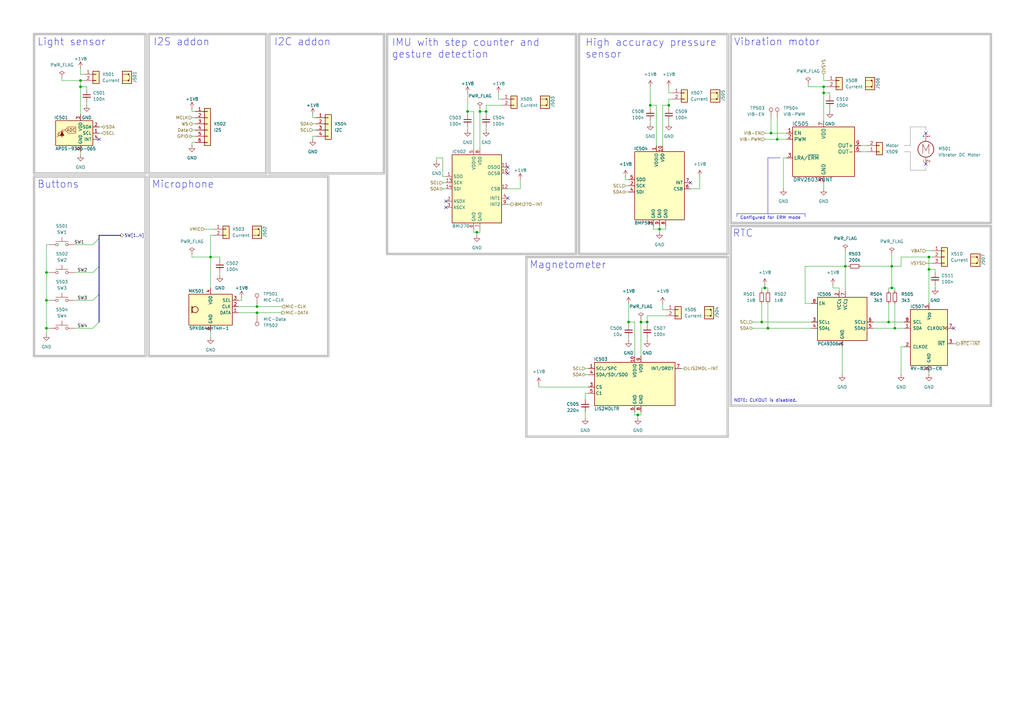
<source format=kicad_sch>
(kicad_sch (version 20250114) (generator "eeschema") (generator_version "9.0")
  (paper "A3")
  (title_block (title "Peripherals") (date "2025-07-13") (rev "${REVISION}") (company "${COMPANY}"))
  (text "Vibration motor" (at 300.99 19.05 0) (effects (font (size 3 3)) (justify left bottom)))
  (text "I2S addon" (at 62.865 19.05 0) (effects (font (size 3 3)) (justify left bottom)))
  (text "I2C addon" (at 112.395 19.05 0) (effects (font (size 3 3)) (justify left bottom)))
  (text "Magnetometer" (at 217.17 110.49 0) (effects (font (size 3 3)) (justify left bottom)))
  (text "Configured for ERM mode" (at 303.53 90.17 0) (effects (font (size 1.27 1.27)) (justify left bottom)))
  (text "High accuracy pressure\nsensor" (at 240.03 24.13 0) (effects (font (size 3 3)) (justify left bottom)))
  (text "Buttons" (at 15.24 77.47 0) (effects (font (size 3 3)) (justify left bottom)))
  (text "RTC" (at 300.482 97.536 0) (effects (font (size 3 3)) (justify left bottom)))
  (text "Microphone" (at 62.23 77.47 0) (effects (font (size 3 3)) (justify left bottom)))
  (text "Light sensor" (at 15.24 19.05 0) (effects (font (size 3 3)) (justify left bottom)))
  (text "IMU with step counter and\ngesture detection" (at 160.655 24.13 0) (effects (font (size 3 3)) (justify left bottom)))
  (text "NOTE: CLKOUT is disabled." (at 300.99 165.1 0) (effects (font (size 1.27 1.27)) (justify left bottom)))
  (junction (at 262.89 132.08))
  (junction (at 364.49 132.08))
  (junction (at 196.85 45.72))
  (junction (at 381 110.49))
  (junction (at 314.96 134.62))
  (junction (at 367.03 134.62))
  (junction (at 19.05 134.62))
  (junction (at 337.82 35.56))
  (junction (at 105.41 128.27))
  (junction (at 199.39 45.72))
  (junction (at 195.58 95.25))
  (junction (at 86.36 105.41))
  (junction (at 318.77 57.15))
  (junction (at 261.62 170.18))
  (junction (at 381 105.41))
  (junction (at 257.81 132.08))
  (junction (at 270.51 93.98))
  (junction (at 365.76 109.22))
  (junction (at 313.69 118.11))
  (junction (at 346.71 109.22))
  (junction (at 19.05 111.76))
  (junction (at 337.82 38.1))
  (junction (at 274.32 43.18))
  (junction (at 265.43 132.08))
  (junction (at 266.7 43.18))
  (junction (at 19.05 123.19))
  (junction (at 33.02 35.56))
  (junction (at 33.02 33.02))
  (junction (at 365.76 118.11))
  (junction (at 105.41 125.73))
  (junction (at 312.42 132.08))
  (junction (at 316.23 54.61))
  (junction (at 191.77 45.72))
  (no_connect (at 208.28 81.28))
  (no_connect (at 182.88 82.55))
  (no_connect (at 208.28 71.12))
  (no_connect (at 391.16 134.62))
  (no_connect (at 208.28 68.58))
  (no_connect (at 379.73 54.61))
  (no_connect (at 283.21 74.93))
  (no_connect (at 379.73 67.31))
  (no_connect (at 40.64 57.15))
  (no_connect (at 182.88 85.09))
  (bus_entry (at 38.1 123.19) (size 2.54 -2.54))
  (bus_entry (at 38.1 111.76) (size 2.54 -2.54))
  (bus_entry (at 38.1 134.62) (size 2.54 -2.54))
  (bus_entry (at 40.64 97.79) (size -2.54 2.54))
  (wire (pts (xy 269.24 43.18) (xy 269.24 59.69)))
  (wire (pts (xy 381 110.49) (xy 383.54 110.49)))
  (wire (pts (xy 99.06 121.92) (xy 99.06 123.19)))
  (wire (pts (xy 38.1 100.33) (xy 30.48 100.33)))
  (polyline (pts (xy 59.69 146.05) (xy 13.97 146.05)) (stroke (width 1) (type solid) (color 194 194 194 1)))
  (wire (pts (xy 331.47 35.56) (xy 331.47 34.29)))
  (polyline (pts (xy 134.62 72.39) (xy 134.62 146.05)) (stroke (width 1) (type solid) (color 194 194 194 1)))
  (wire (pts (xy 30.48 111.76) (xy 38.1 111.76)))
  (wire (pts (xy 337.82 38.1) (xy 340.36 38.1)))
  (wire (pts (xy 83.82 93.98) (xy 87.63 93.98)))
  (wire (pts (xy 262.89 132.08) (xy 265.43 132.08)))
  (wire (pts (xy 381 105.41) (xy 381 110.49)))
  (wire (pts (xy 267.97 92.71) (xy 267.97 93.98)))
  (wire (pts (xy 313.69 118.11) (xy 314.96 118.11)))
  (wire (pts (xy 194.31 95.25) (xy 195.58 95.25)))
  (wire (pts (xy 208.28 77.47) (xy 213.36 77.47)))
  (wire (pts (xy 270.51 93.98) (xy 270.51 95.25)))
  (wire (pts (xy 199.39 43.18) (xy 199.39 45.72)))
  (wire (pts (xy 80.01 58.42) (xy 78.74 58.42)))
  (polyline (pts (xy 406.4 92.71) (xy 299.72 92.71)) (stroke (width 1) (type solid) (color 194 194 194 1)))
  (wire (pts (xy 274.32 43.18) (xy 271.78 43.18)))
  (wire (pts (xy 19.05 111.76) (xy 19.05 123.19)))
  (wire (pts (xy 314.96 134.62) (xy 332.74 134.62)))
  (wire (pts (xy 90.17 111.76) (xy 90.17 113.03)))
  (wire (pts (xy 330.2 109.22) (xy 346.71 109.22)))
  (wire (pts (xy 196.85 93.98) (xy 196.85 95.25)))
  (polyline (pts (xy 236.22 104.14) (xy 158.75 104.14)) (stroke (width 1) (type solid) (color 194 194 194 1)))
  (wire (pts (xy 191.77 38.1) (xy 191.77 45.72)))
  (polyline (pts (xy 215.9 105.41) (xy 298.45 105.41)) (stroke (width 1) (type solid) (color 194 194 194 1)))
  (polyline (pts (xy 60.96 71.12) (xy 109.22 71.12)) (stroke (width 1) (type solid) (color 194 194 194 1)))
  (wire (pts (xy 261.62 171.45) (xy 261.62 170.18)))
  (wire (pts (xy 191.77 52.07) (xy 191.77 53.34)))
  (wire (pts (xy 257.81 78.74) (xy 256.54 78.74)))
  (wire (pts (xy 365.76 104.14) (xy 365.76 109.22)))
  (polyline (pts (xy 237.49 13.97) (xy 237.49 104.14)) (stroke (width 1) (type solid) (color 194 194 194 1)))
  (wire (pts (xy 337.82 35.56) (xy 331.47 35.56)))
  (wire (pts (xy 129.54 48.26) (xy 128.27 48.26)))
  (wire (pts (xy 20.32 123.19) (xy 19.05 123.19)))
  (wire (pts (xy 35.56 36.83) (xy 35.56 35.56)))
  (polyline (pts (xy 157.48 71.12) (xy 157.48 13.97)) (stroke (width 1) (type solid) (color 194 194 194 1)))
  (wire (pts (xy 379.73 102.87) (xy 382.27 102.87)))
  (wire (pts (xy 279.4 151.13) (xy 280.67 151.13)))
  (polyline (pts (xy 236.22 13.97) (xy 236.22 104.14)) (stroke (width 1) (type solid) (color 194 194 194 1)))
  (wire (pts (xy 313.69 57.15) (xy 318.77 57.15)))
  (wire (pts (xy 20.32 100.33) (xy 19.05 100.33)))
  (wire (pts (xy 19.05 100.33) (xy 19.05 111.76)))
  (wire (pts (xy 337.82 74.93) (xy 337.82 77.47)))
  (wire (pts (xy 274.32 49.53) (xy 274.32 50.8)))
  (wire (pts (xy 330.2 124.46) (xy 332.74 124.46)))
  (wire (pts (xy 204.47 40.64) (xy 205.74 40.64)))
  (polyline (pts (xy 237.49 13.97) (xy 298.45 13.97)) (stroke (width 1) (type solid) (color 194 194 194 1)))
  (wire (pts (xy 275.59 40.64) (xy 274.32 40.64)))
  (wire (pts (xy 337.82 35.56) (xy 337.82 38.1)))
  (wire (pts (xy 86.36 105.41) (xy 86.36 118.11)))
  (wire (pts (xy 181.61 77.47) (xy 182.88 77.47)))
  (polyline (pts (xy 109.22 71.12) (xy 109.22 13.97)) (stroke (width 1) (type solid) (color 194 194 194 1)))
  (wire (pts (xy 78.74 58.42) (xy 78.74 59.69)))
  (wire (pts (xy 20.32 134.62) (xy 19.05 134.62)))
  (wire (pts (xy 256.54 73.66) (xy 256.54 72.39)))
  (wire (pts (xy 367.03 134.62) (xy 370.84 134.62)))
  (polyline (pts (xy 13.97 13.97) (xy 59.69 13.97)) (stroke (width 1) (type solid) (color 194 194 194 1)))
  (wire (pts (xy 345.44 142.24) (xy 345.44 153.67)))
  (wire (pts (xy 97.79 128.27) (xy 105.41 128.27)))
  (wire (pts (xy 265.43 132.08) (xy 265.43 133.35)))
  (wire (pts (xy 383.54 116.84) (xy 383.54 118.11)))
  (wire (pts (xy 358.14 132.08) (xy 364.49 132.08)))
  (wire (pts (xy 266.7 43.18) (xy 266.7 44.45)))
  (wire (pts (xy 344.17 118.11) (xy 344.17 119.38)))
  (wire (pts (xy 19.05 134.62) (xy 19.05 137.16)))
  (wire (pts (xy 196.85 45.72) (xy 196.85 60.96)))
  (wire (pts (xy 353.06 109.22) (xy 365.76 109.22)))
  (wire (pts (xy 367.03 118.11) (xy 365.76 118.11)))
  (bus (pts (xy 40.64 96.52) (xy 49.53 96.52)))
  (wire (pts (xy 365.76 109.22) (xy 369.57 109.22)))
  (wire (pts (xy 341.63 116.84) (xy 341.63 118.11)))
  (polyline (pts (xy 330.2 87.63) (xy 330.2 88.9)))
  (wire (pts (xy 318.77 57.15) (xy 322.58 57.15)))
  (polyline (pts (xy 406.4 92.71) (xy 406.4 166.37)) (stroke (width 1) (type solid) (color 194 194 194 1)))
  (wire (pts (xy 266.7 43.18) (xy 269.24 43.18)))
  (wire (pts (xy 128.27 55.88) (xy 128.27 57.15)))
  (wire (pts (xy 364.49 124.46) (xy 364.49 132.08)))
  (wire (pts (xy 80.01 45.72) (xy 78.74 45.72)))
  (wire (pts (xy 97.79 123.19) (xy 99.06 123.19)))
  (wire (pts (xy 97.79 125.73) (xy 105.41 125.73)))
  (polyline (pts (xy 60.96 71.12) (xy 60.96 13.97)) (stroke (width 1) (type solid) (color 194 194 194 1)))
  (wire (pts (xy 340.36 38.1) (xy 340.36 39.37)))
  (wire (pts (xy 204.47 38.1) (xy 204.47 40.64)))
  (wire (pts (xy 195.58 95.25) (xy 195.58 96.52)))
  (wire (pts (xy 19.05 123.19) (xy 19.05 134.62)))
  (wire (pts (xy 78.74 48.26) (xy 80.01 48.26)))
  (polyline (pts (xy 60.96 72.39) (xy 60.96 146.05)) (stroke (width 1) (type solid) (color 194 194 194 1)))
  (polyline (pts (xy 298.45 13.97) (xy 298.45 104.14)) (stroke (width 1) (type solid) (color 194 194 194 1)))
  (wire (pts (xy 240.03 153.67) (xy 241.3 153.67)))
  (wire (pts (xy 364.49 118.11) (xy 364.49 119.38)))
  (wire (pts (xy 208.28 83.82) (xy 209.55 83.82)))
  (polyline (pts (xy 299.72 166.37) (xy 406.4 166.37)) (stroke (width 1) (type solid) (color 194 194 194 1)))
  (polyline (pts (xy 13.97 13.97) (xy 13.97 71.12)) (stroke (width 1) (type solid) (color 194 194 194 1)))
  (wire (pts (xy 339.09 33.02) (xy 337.82 33.02)))
  (wire (pts (xy 87.63 96.52) (xy 86.36 96.52)))
  (wire (pts (xy 182.88 72.39) (xy 181.61 72.39)))
  (polyline (pts (xy 59.69 13.97) (xy 59.69 71.12)) (stroke (width 1) (type solid) (color 194 194 194 1)))
  (polyline (pts (xy 298.45 104.14) (xy 237.49 104.14)) (stroke (width 1) (type solid) (color 194 194 194 1)))
  (wire (pts (xy 105.41 125.73) (xy 115.57 125.73)))
  (wire (pts (xy 314.96 118.11) (xy 314.96 119.38)))
  (wire (pts (xy 86.36 105.41) (xy 78.74 105.41)))
  (wire (pts (xy 316.23 54.61) (xy 322.58 54.61)))
  (wire (pts (xy 129.54 55.88) (xy 128.27 55.88)))
  (wire (pts (xy 318.77 48.26) (xy 318.77 57.15)))
  (wire (pts (xy 353.06 59.69) (xy 355.6 59.69)))
  (wire (pts (xy 181.61 64.77) (xy 179.07 64.77)))
  (wire (pts (xy 313.69 54.61) (xy 316.23 54.61)))
  (wire (pts (xy 181.61 72.39) (xy 181.61 64.77)))
  (wire (pts (xy 346.71 102.87) (xy 346.71 109.22)))
  (wire (pts (xy 273.05 129.54) (xy 265.43 129.54)))
  (polyline (pts (xy 60.96 146.05) (xy 134.62 146.05)) (stroke (width 1) (type solid) (color 194 194 194 1)))
  (polyline (pts (xy 110.49 13.97) (xy 157.48 13.97)) (stroke (width 1) (type solid) (color 194 194 194 1)))
  (wire (pts (xy 33.02 35.56) (xy 35.56 35.56)))
  (wire (pts (xy 358.14 134.62) (xy 367.03 134.62)))
  (wire (pts (xy 128.27 46.99) (xy 128.27 48.26)))
  (wire (pts (xy 260.35 168.91) (xy 260.35 170.18)))
  (wire (pts (xy 194.31 45.72) (xy 191.77 45.72)))
  (wire (pts (xy 273.05 127) (xy 271.78 127)))
  (wire (pts (xy 33.02 33.02) (xy 25.4 33.02)))
  (wire (pts (xy 240.03 168.91) (xy 240.03 171.45)))
  (wire (pts (xy 194.31 93.98) (xy 194.31 95.25)))
  (wire (pts (xy 321.31 64.77) (xy 321.31 77.47)))
  (wire (pts (xy 312.42 132.08) (xy 332.74 132.08)))
  (polyline (pts (xy 379.73 69.85) (xy 373.38 69.85)) (stroke (width 0) (type solid) (color 132 132 132 1)))
  (wire (pts (xy 312.42 118.11) (xy 313.69 118.11)))
  (wire (pts (xy 34.29 33.02) (xy 33.02 33.02)))
  (wire (pts (xy 367.03 124.46) (xy 367.03 134.62)))
  (wire (pts (xy 275.59 38.1) (xy 274.32 38.1)))
  (wire (pts (xy 312.42 119.38) (xy 312.42 118.11)))
  (wire (pts (xy 369.57 153.67) (xy 369.57 142.24)))
  (polyline (pts (xy 158.75 13.97) (xy 236.22 13.97)) (stroke (width 1) (type solid) (color 194 194 194 1)))
  (polyline (pts (xy 298.45 179.07) (xy 215.9 179.07)) (stroke (width 1) (type solid) (color 194 194 194 1)))
  (wire (pts (xy 78.74 53.34) (xy 80.01 53.34)))
  (wire (pts (xy 274.32 35.56) (xy 274.32 38.1)))
  (polyline (pts (xy 406.4 13.97) (xy 406.4 91.44)) (stroke (width 1) (type solid) (color 194 194 194 1)))
  (wire (pts (xy 261.62 170.18) (xy 260.35 170.18)))
  (wire (pts (xy 33.02 33.02) (xy 33.02 35.56)))
  (polyline (pts (xy 110.49 71.12) (xy 110.49 13.97)) (stroke (width 1) (type solid) (color 194 194 194 1)))
  (wire (pts (xy 346.71 109.22) (xy 347.98 109.22)))
  (polyline (pts (xy 320.04 64.77) (xy 314.96 64.77)))
  (wire (pts (xy 240.03 161.29) (xy 241.3 161.29)))
  (polyline (pts (xy 311.15 87.63) (xy 330.2 87.63)))
  (wire (pts (xy 257.81 138.43) (xy 257.81 139.7)))
  (polyline (pts (xy 13.97 72.39) (xy 13.97 146.05)) (stroke (width 1) (type solid) (color 194 194 194 1)))
  (wire (pts (xy 265.43 129.54) (xy 265.43 132.08)))
  (wire (pts (xy 78.74 55.88) (xy 80.01 55.88)))
  (wire (pts (xy 20.32 111.76) (xy 19.05 111.76)))
  (polyline (pts (xy 373.38 52.07) (xy 379.73 52.07)) (stroke (width 0) (type solid) (color 132 132 132 1)))
  (wire (pts (xy 241.3 158.75) (xy 220.98 158.75)))
  (wire (pts (xy 346.71 109.22) (xy 346.71 119.38)))
  (wire (pts (xy 33.02 62.23) (xy 33.02 63.5)))
  (bus (pts (xy 40.64 109.22) (xy 40.64 120.65)))
  (wire (pts (xy 273.05 93.98) (xy 270.51 93.98)))
  (wire (pts (xy 213.36 77.47) (xy 213.36 73.66)))
  (wire (pts (xy 90.17 105.41) (xy 86.36 105.41)))
  (wire (pts (xy 337.82 30.48) (xy 337.82 33.02)))
  (wire (pts (xy 308.61 132.08) (xy 312.42 132.08)))
  (wire (pts (xy 312.42 124.46) (xy 312.42 132.08)))
  (polyline (pts (xy 158.75 13.97) (xy 158.75 104.14)) (stroke (width 1) (type solid) (color 194 194 194 1)))
  (wire (pts (xy 30.48 134.62) (xy 38.1 134.62)))
  (polyline (pts (xy 59.69 72.39) (xy 59.69 146.05)) (stroke (width 1) (type solid) (color 194 194 194 1)))
  (wire (pts (xy 316.23 48.26) (xy 316.23 54.61)))
  (wire (pts (xy 105.41 128.27) (xy 105.41 129.54)))
  (wire (pts (xy 199.39 45.72) (xy 199.39 46.99)))
  (wire (pts (xy 256.54 76.2) (xy 257.81 76.2)))
  (wire (pts (xy 367.03 119.38) (xy 367.03 118.11)))
  (polyline (pts (xy 379.73 52.07) (xy 379.73 53.34)) (stroke (width 0) (type solid) (color 132 132 132 1)))
  (wire (pts (xy 40.64 54.61) (xy 41.91 54.61)))
  (wire (pts (xy 30.48 123.19) (xy 38.1 123.19)))
  (wire (pts (xy 179.07 64.77) (xy 179.07 66.04)))
  (wire (pts (xy 78.74 105.41) (xy 78.74 104.14)))
  (wire (pts (xy 365.76 118.11) (xy 364.49 118.11)))
  (wire (pts (xy 194.31 60.96) (xy 194.31 45.72)))
  (wire (pts (xy 383.54 111.76) (xy 383.54 110.49)))
  (wire (pts (xy 105.41 124.46) (xy 105.41 125.73)))
  (wire (pts (xy 287.02 72.39) (xy 287.02 77.47)))
  (wire (pts (xy 314.96 124.46) (xy 314.96 134.62)))
  (wire (pts (xy 33.02 27.94) (xy 33.02 30.48)))
  (wire (pts (xy 381 153.67) (xy 381 152.4)))
  (wire (pts (xy 240.03 151.13) (xy 241.3 151.13)))
  (polyline (pts (xy 60.96 13.97) (xy 109.22 13.97)) (stroke (width 1) (type solid) (color 194 194 194 1)))
  (bus (pts (xy 40.64 96.52) (xy 40.64 97.79)))
  (wire (pts (xy 40.64 52.07) (xy 41.91 52.07)))
  (polyline (pts (xy 59.69 72.39) (xy 13.97 72.39)) (stroke (width 1) (type solid) (color 194 194 194 1)))
  (wire (pts (xy 257.81 132.08) (xy 260.35 132.08)))
  (wire (pts (xy 369.57 142.24) (xy 370.84 142.24)))
  (wire (pts (xy 128.27 53.34) (xy 129.54 53.34)))
  (polyline (pts (xy 311.15 87.63) (xy 302.26 87.63)))
  (wire (pts (xy 381 105.41) (xy 369.57 105.41)))
  (wire (pts (xy 196.85 45.72) (xy 199.39 45.72)))
  (wire (pts (xy 382.27 105.41) (xy 381 105.41)))
  (wire (pts (xy 199.39 52.07) (xy 199.39 53.34)))
  (polyline (pts (xy 370.84 62.23) (xy 373.38 62.23)) (stroke (width 0) (type solid) (color 132 132 132 1)))
  (wire (pts (xy 191.77 45.72) (xy 191.77 46.99)))
  (wire (pts (xy 196.85 95.25) (xy 195.58 95.25)))
  (wire (pts (xy 270.51 92.71) (xy 270.51 93.98)))
  (wire (pts (xy 379.73 107.95) (xy 382.27 107.95)))
  (polyline (pts (xy 59.69 71.12) (xy 13.97 71.12)) (stroke (width 1) (type solid) (color 194 194 194 1)))
  (wire (pts (xy 262.89 132.08) (xy 262.89 146.05)))
  (wire (pts (xy 205.74 43.18) (xy 199.39 43.18)))
  (polyline (pts (xy 299.72 91.44) (xy 406.4 91.44)) (stroke (width 1) (type solid) (color 194 194 194 1)))
  (wire (pts (xy 34.29 30.48) (xy 33.02 30.48)))
  (wire (pts (xy 270.51 93.98) (xy 267.97 93.98)))
  (wire (pts (xy 220.98 157.48) (xy 220.98 158.75)))
  (polyline (pts (xy 370.84 59.69) (xy 373.38 59.69)) (stroke (width 0) (type solid) (color 132 132 132 1)))
  (wire (pts (xy 322.58 64.77) (xy 321.31 64.77)))
  (polyline (pts (xy 379.73 68.58) (xy 379.73 69.85)) (stroke (width 0) (type solid) (color 132 132 132 1)))
  (wire (pts (xy 181.61 74.93) (xy 182.88 74.93)))
  (wire (pts (xy 274.32 43.18) (xy 274.32 44.45)))
  (wire (pts (xy 78.74 50.8) (xy 80.01 50.8)))
  (wire (pts (xy 271.78 124.46) (xy 271.78 127)))
  (wire (pts (xy 330.2 109.22) (xy 330.2 124.46)))
  (wire (pts (xy 313.69 118.11) (xy 313.69 116.84)))
  (wire (pts (xy 381 124.46) (xy 381 110.49)))
  (wire (pts (xy 266.7 35.56) (xy 266.7 43.18)))
  (wire (pts (xy 196.85 44.45) (xy 196.85 45.72)))
  (polyline (pts (xy 299.72 92.71) (xy 299.72 166.37)) (stroke (width 1) (type solid) (color 194 194 194 1)))
  (wire (pts (xy 337.82 38.1) (xy 337.82 49.53)))
  (wire (pts (xy 364.49 132.08) (xy 370.84 132.08)))
  (wire (pts (xy 90.17 105.41) (xy 90.17 106.68)))
  (wire (pts (xy 369.57 109.22) (xy 369.57 105.41)))
  (wire (pts (xy 261.62 170.18) (xy 262.89 170.18)))
  (wire (pts (xy 257.81 133.35) (xy 257.81 132.08)))
  (wire (pts (xy 391.16 140.97) (xy 392.43 140.97)))
  (wire (pts (xy 287.02 77.47) (xy 283.21 77.47)))
  (wire (pts (xy 105.41 128.27) (xy 115.57 128.27)))
  (wire (pts (xy 86.36 96.52) (xy 86.36 105.41)))
  (wire (pts (xy 339.09 35.56) (xy 337.82 35.56)))
  (wire (pts (xy 260.35 132.08) (xy 260.35 146.05)))
  (polyline (pts (xy 373.38 69.85) (xy 373.38 62.23)) (stroke (width 0) (type solid) (color 132 132 132 1)))
  (wire (pts (xy 353.06 62.23) (xy 355.6 62.23)))
  (polyline (pts (xy 314.96 64.77) (xy 314.96 87.63)))
  (wire (pts (xy 35.56 41.91) (xy 35.56 43.18)))
  (wire (pts (xy 308.61 134.62) (xy 314.96 134.62)))
  (polyline (pts (xy 373.38 59.69) (xy 373.38 52.07)) (stroke (width 0) (type solid) (color 132 132 132 1)))
  (wire (pts (xy 257.81 73.66) (xy 256.54 73.66)))
  (polyline (pts (xy 60.96 72.39) (xy 134.62 72.39)) (stroke (width 1) (type solid) (color 194 194 194 1)))
  (polyline (pts (xy 302.26 87.63) (xy 302.26 88.9)))
  (wire (pts (xy 271.78 43.18) (xy 271.78 59.69)))
  (wire (pts (xy 128.27 50.8) (xy 129.54 50.8)))
  (wire (pts (xy 274.32 40.64) (xy 274.32 43.18)))
  (wire (pts (xy 78.74 44.45) (xy 78.74 45.72)))
  (wire (pts (xy 86.36 135.89) (xy 86.36 138.43)))
  (wire (pts (xy 266.7 49.53) (xy 266.7 50.8)))
  (wire (pts (xy 257.81 124.46) (xy 257.81 132.08)))
  (polyline (pts (xy 298.45 105.41) (xy 298.45 179.07)) (stroke (width 1) (type solid) (color 194 194 194 1)))
  (wire (pts (xy 33.02 35.56) (xy 33.02 46.99)))
  (wire (pts (xy 25.4 33.02) (xy 25.4 31.75)))
  (wire (pts (xy 273.05 92.71) (xy 273.05 93.98)))
  (polyline (pts (xy 406.4 13.97) (xy 299.72 13.97)) (stroke (width 1) (type solid) (color 194 194 194 1)))
  (bus (pts (xy 40.64 97.79) (xy 40.64 109.22)))
  (wire (pts (xy 365.76 109.22) (xy 365.76 118.11)))
  (bus (pts (xy 40.64 120.65) (xy 40.64 132.08)))
  (polyline (pts (xy 299.72 13.97) (xy 299.72 91.44)) (stroke (width 1) (type solid) (color 194 194 194 1)))
  (polyline (pts (xy 215.9 105.41) (xy 215.9 179.07)) (stroke (width 1) (type solid) (color 194 194 194 1)))
  (wire (pts (xy 340.36 44.45) (xy 340.36 45.72)))
  (wire (pts (xy 262.89 130.81) (xy 262.89 132.08)))
  (wire (pts (xy 265.43 139.7) (xy 265.43 138.43)))
  (wire (pts (xy 341.63 118.11) (xy 344.17 118.11)))
  (wire (pts (xy 240.03 163.83) (xy 240.03 161.29)))
  (polyline (pts (xy 110.49 71.12) (xy 157.48 71.12)) (stroke (width 1) (type solid) (color 194 194 194 1)))
  (wire (pts (xy 262.89 170.18) (xy 262.89 168.91)))
  (label "SW3" (at 31.75 123.19 0))
  (label "SW4" (at 31.75 134.62 0))
  (label "SW1" (at 30.48 100.33 0))
  (label "SW2" (at 31.75 111.76 0))
  (hierarchical_label "LIS2MDL-INT" (shape output) (at 280.67 151.13 0))
  (hierarchical_label "MIC-DATA" (shape output) (at 115.57 128.27 0))
  (hierarchical_label "VSYS" (shape input) (at 337.82 30.48 90))
  (hierarchical_label "SCL" (shape input) (at 41.91 54.61 0))
  (hierarchical_label "MCLK" (shape input) (at 78.74 48.26 180))
  (hierarchical_label "SCL" (shape input) (at 240.03 151.13 180))
  (hierarchical_label "SDA" (shape bidirectional) (at 308.61 134.62 180))
  (hierarchical_label "VIB-EN" (shape input) (at 313.69 54.61 180))
  (hierarchical_label "SW[1..4]" (shape output) (at 49.53 96.52 0))
  (hierarchical_label "SCL" (shape input) (at 128.27 53.34 180))
  (hierarchical_label "SDA" (shape bidirectional) (at 240.03 153.67 180))
  (hierarchical_label "WS" (shape output) (at 78.74 50.8 180))
  (hierarchical_label "BMI270-INT" (shape output) (at 209.55 83.82 0))
  (hierarchical_label "SCL" (shape input) (at 308.61 132.08 180))
  (hierarchical_label "~{RTC-INT}" (shape output) (at 392.43 140.97 0))
  (hierarchical_label "SDA" (shape bidirectional) (at 181.61 77.47 180))
  (hierarchical_label "SDA" (shape bidirectional) (at 128.27 50.8 180))
  (hierarchical_label "VBAT" (shape input) (at 379.73 102.87 180))
  (hierarchical_label "VSYS" (shape input) (at 379.73 107.95 180))
  (hierarchical_label "SCL" (shape input) (at 181.61 74.93 180))
  (hierarchical_label "SDA" (shape bidirectional) (at 41.91 52.07 0))
  (hierarchical_label "MIC-CLK" (shape input) (at 115.57 125.73 0))
  (hierarchical_label "Data" (shape output) (at 78.74 53.34 180))
  (hierarchical_label "GPIO" (shape bidirectional) (at 78.74 55.88 180))
  (hierarchical_label "SDA" (shape bidirectional) (at 256.54 78.74 180))
  (hierarchical_label "SCL" (shape input) (at 256.54 76.2 180))
  (hierarchical_label "VIB-PWM" (shape input) (at 313.69 57.15 180))
  (hierarchical_label "VMIC" (shape input) (at 83.82 93.98 180))
  (symbol (lib_id "Connector_Generic:Conn_01x02") (at 360.68 62.23 0) (mirror x) (unit 1)
    (property "Reference" "X509" (at 363.22 62.23 0) (effects (justify left)))
    (property "Value" "Motor" (at 363.22 59.69 0) (effects (justify left)))
    (property "Footprint" "Molex:78171-0002" (effects (hide yes)))
    (property "Datasheet" "https://www.molex.com/en-us/products/part-detail-pdf/781710002?display=pdf" (effects (hide yes)))
    (property "Description" "Generic connector, single row, 01x02, script generated (kicad-library-utils/schlib/autogen/connector/)" (effects (hide yes)))
    (property "manf" "Molex" (effects (hide yes)))
    (property "manf#" "78171-0002" (effects (hide yes)))
    (property "mouser#" "538-78171-0002" (effects (hide yes)))
  )
  (symbol (lib_id "Switch:SW_Push") (at 25.4 123.19 0) (unit 1)
    (property "Reference" "S503" (at 25.4 115.57 0))
    (property "Value" "SW3" (at 25.4 118.11 0))
    (property "Footprint" "Wuerth:WS-TASV-6x6" (effects (hide yes)))
    (property "Datasheet" "https://www.we-online.com/components/products/datasheet/430182050816.pdf" (effects (hide yes)))
    (property "Description" "Push button switch, generic, two pins" (effects (hide yes)))
    (property "manf" "Wurth Elektronik" (effects (hide yes)))
    (property "manf#" "430182050816" (effects (hide yes)))
    (property "mouser#" "710-430182050816" (effects (hide yes)))
  )
  (symbol (lib_id "power:GND") (at 257.81 139.7 0) (unit 1)
    (property "Reference" "#PWR0523" (effects (hide yes)))
    (property "Value" "GND" (at 257.81 144.78 0))
    (property "Description" "Power symbol creates a global label with name \"GND\" , ground" (effects (hide yes)))
  )
  (symbol (lib_id "power:GND") (at 261.62 171.45 0) (unit 1)
    (property "Reference" "#PWR0524" (effects (hide yes)))
    (property "Value" "GND" (at 261.62 176.53 0))
    (property "Description" "Power symbol creates a global label with name \"GND\" , ground" (effects (hide yes)))
  )
  (symbol (lib_id "power:PWR_FLAG") (at 331.47 34.29 0) (unit 1)
    (property "Reference" "#FLG0505" (effects (hide yes)))
    (property "Value" "PWR_FLAG" (at 331.47 29.21 0))
    (property "Description" "Special symbol for telling ERC where power comes from" (effects (hide yes)))
  )
  (symbol (lib_id "Connector_Generic:Conn_01x02") (at 280.67 38.1 0) (unit 1)
    (property "Reference" "X507" (at 283.21 38.0999 0) (effects (justify left)))
    (property "Value" "Current" (at 283.21 40.6399 0) (effects (justify left)))
    (property "Footprint" "Connector_PinHeader_2.54mm:PinHeader_1x02_P2.54mm_Vertical" (effects (hide yes)))
    (property "Datasheet" "https://cdn.amphenol-cs.com/media/wysiwyg/files/documentation/datasheet/boardwiretoboard/bwb_bergstik.pdf" (effects (hide yes)))
    (property "Description" "Generic connector, single row, 01x02, script generated (kicad-library-utils/schlib/autogen/connector/)" (effects (hide yes)))
    (property "manf" "Amphenol FCI" (effects (hide yes)))
    (property "manf#" "77311-818-02LF" (effects (hide yes)))
    (property "mouser#" "649-77311-818-02LF" (effects (hide yes)))
  )
  (symbol (lib_id "power:PWR_FLAG") (at 196.85 44.45 0) (unit 1)
    (property "Reference" "#FLG0503" (effects (hide yes)))
    (property "Value" "PWR_FLAG" (at 196.85 39.37 0))
    (property "Description" "Special symbol for telling ERC where power comes from" (effects (hide yes)))
  )
  (symbol (lib_id "power:PWR_FLAG") (at 365.76 104.14 0) (unit 1)
    (property "Reference" "#FLG0506" (effects (hide yes)))
    (property "Value" "PWR_FLAG" (at 365.76 99.06 0))
    (property "Description" "Special symbol for telling ERC where power comes from" (effects (hide yes)))
  )
  (symbol (lib_id "power:GND") (at 369.57 153.67 0) (unit 1)
    (property "Reference" "#PWR0539" (effects (hide yes)))
    (property "Value" "GND" (at 369.57 158.75 0))
    (property "Description" "Power symbol creates a global label with name \"GND\" , ground" (effects (hide yes)))
  )
  (symbol (lib_id "Misc:Jumper") (at 400.05 106.68 180) (unit 1) (on_board no)
    (property "Reference" "J507" (at 403.225 104.14 90) (effects (justify left)))
    (property "Value" "Jumper" (effects (hide yes)))
    (property "Datasheet" "https://www.we-online.com/katalog/datasheet/60900213421.pdf" (effects (hide yes)))
    (property "Description" "Generic jumper cap" (effects (hide yes)))
    (property "manf" "Würth Elektronik" (effects (hide yes)))
    (property "manf#" "60900213421" (effects (hide yes)))
    (property "mouser#" "710-60900213421" (effects (hide yes)))
  )
  (symbol (lib_id "Device:C_Small") (at 265.43 135.89 0) (mirror y) (unit 1)
    (property "Reference" "C507" (at 267.97 134.6263 0) (effects (justify right)))
    (property "Value" "100n" (at 267.97 137.1663 0) (effects (justify right)))
    (property "Footprint" "Capacitor_SMD:C_0402_1005Metric" (effects (hide yes)))
    (property "Datasheet" "https://datasheets.kyocera-avx.com/KGM_X7R.pdf" (effects (hide yes)))
    (property "Description" "Unpolarized capacitor, small symbol" (effects (hide yes)))
    (property "manf" "KYOCERA AVX" (effects (hide yes)))
    (property "manf#" "0402ZC104KAT4A" (effects (hide yes)))
    (property "mouser#" "581-0402ZC104KAT4A" (effects (hide yes)))
  )
  (symbol (lib_id "Device:R_Small") (at 364.49 121.92 0) (mirror x) (unit 1)
    (property "Reference" "R504" (at 361.95 120.65 0) (effects (justify right)))
    (property "Value" "3k3" (at 361.95 123.19 0) (effects (justify right)))
    (property "Footprint" "Resistor_SMD:R_0402_1005Metric" (effects (hide yes)))
    (property "Datasheet" "https://www.mouser.com/catalog/specsheets/YAGEO_PYu_RC_Group_51_RoHS_L_12.pdf" (effects (hide yes)))
    (property "Description" "Resistor, small symbol" (effects (hide yes)))
    (property "manf" "YAGEO" (effects (hide yes)))
    (property "manf#" "RC0402FR-073K3L" (effects (hide yes)))
    (property "mouser#" "603-RC0402FR-073K3L" (effects (hide yes)))
  )
  (symbol (lib_id "power:+1V8") (at 274.32 35.56 0) (unit 1)
    (property "Reference" "#PWR0530" (effects (hide yes)))
    (property "Value" "+1V8" (at 274.32 30.48 0))
    (property "Description" "Power symbol creates a global label with name \"+1V8\"" (effects (hide yes)))
  )
  (symbol (lib_id "Micro Crystal:RV-8263-C8") (at 381 138.43 0) (unit 1)
    (property "Reference" "IC507" (at 373.38 125.73 0) (effects (justify left)))
    (property "Value" "RV-8263-C8" (at 373.38 151.13 0) (effects (justify left)))
    (property "Footprint" "Micro Crystal:RV-8263-C8" (effects (hide yes)))
    (property "Datasheet" "https://www.microcrystal.com/fileadmin/Media/Products/RTC/Datasheet/RV-8263-C8.pdf" (effects (hide yes)))
    (property "manf" "Micro Crystal" (effects (hide yes)))
    (property "manf#" "RV-8263-C8 32.768kHz-20PPM-TA-QA" (effects (hide yes)))
    (property "mouser#" "428-204291-MC01" (effects (hide yes)))
  )
  (symbol (lib_id "Device:C_Small") (at 383.54 114.3 0) (mirror y) (unit 1)
    (property "Reference" "C511" (at 386.08 113.0363 0) (effects (justify right)))
    (property "Value" "100n" (at 386.08 115.5763 0) (effects (justify right)))
    (property "Footprint" "Capacitor_SMD:C_0402_1005Metric" (effects (hide yes)))
    (property "Datasheet" "https://datasheets.kyocera-avx.com/KGM_X7R.pdf" (effects (hide yes)))
    (property "Description" "Unpolarized capacitor, small symbol" (effects (hide yes)))
    (property "manf" "KYOCERA AVX" (effects (hide yes)))
    (property "manf#" "0402ZC104KAT4A" (effects (hide yes)))
    (property "mouser#" "581-0402ZC104KAT4A" (effects (hide yes)))
  )
  (symbol (lib_id "power:GND") (at 90.17 113.03 0) (unit 1)
    (property "Reference" "#PWR0508" (effects (hide yes)))
    (property "Value" "GND" (at 90.17 118.11 0))
    (property "Description" "Power symbol creates a global label with name \"GND\" , ground" (effects (hide yes)))
  )
  (symbol (lib_id "power:GND") (at 33.02 63.5 0) (unit 1)
    (property "Reference" "#PWR0503" (effects (hide yes)))
    (property "Value" "GND" (at 33.02 68.58 0))
    (property "Description" "Power symbol creates a global label with name \"GND\" , ground" (effects (hide yes)))
  )
  (symbol (lib_id "Device:C_Small") (at 266.7 46.99 180) (unit 1)
    (property "Reference" "C508" (at 264.16 45.7136 0) (effects (justify left)))
    (property "Value" "100n" (at 264.16 48.2536 0) (effects (justify left)))
    (property "Footprint" "Capacitor_SMD:C_0402_1005Metric" (effects (hide yes)))
    (property "Datasheet" "https://datasheets.kyocera-avx.com/KGM_X7R.pdf" (effects (hide yes)))
    (property "Description" "Unpolarized capacitor, small symbol" (effects (hide yes)))
    (property "manf" "KYOCERA AVX" (effects (hide yes)))
    (property "manf#" "0402ZC104KAT4A" (effects (hide yes)))
    (property "mouser#" "581-0402ZC104KAT4A" (effects (hide yes)))
  )
  (symbol (lib_id "power:PWR_FLAG") (at 78.74 104.14 0) (unit 1)
    (property "Reference" "#FLG0502" (effects (hide yes)))
    (property "Value" "PWR_FLAG" (at 78.74 99.06 0))
    (property "Description" "Special symbol for telling ERC where power comes from" (effects (hide yes)))
  )
  (symbol (lib_id "Connector_Generic:Conn_01x02") (at 278.13 127 0) (unit 1)
    (property "Reference" "X506" (at 280.67 126.9999 0) (effects (justify left)))
    (property "Value" "Current" (at 280.67 129.5399 0) (effects (justify left)))
    (property "Footprint" "Connector_PinHeader_2.54mm:PinHeader_1x02_P2.54mm_Vertical" (effects (hide yes)))
    (property "Datasheet" "https://cdn.amphenol-cs.com/media/wysiwyg/files/documentation/datasheet/boardwiretoboard/bwb_bergstik.pdf" (effects (hide yes)))
    (property "Description" "Generic connector, single row, 01x02, script generated (kicad-library-utils/schlib/autogen/connector/)" (effects (hide yes)))
    (property "manf" "Amphenol FCI" (effects (hide yes)))
    (property "manf#" "77311-818-02LF" (effects (hide yes)))
    (property "mouser#" "649-77311-818-02LF" (effects (hide yes)))
  )
  (symbol (lib_id "power:GND") (at 199.39 53.34 0) (unit 1)
    (property "Reference" "#PWR0516" (effects (hide yes)))
    (property "Value" "GND" (at 199.39 58.42 0))
    (property "Description" "Power symbol creates a global label with name \"GND\" , ground" (effects (hide yes)))
  )
  (symbol (lib_id "Motor:Motor_DC") (at 379.73 59.69 0) (unit 1) (in_bom no) (on_board no)
    (property "Reference" "M501" (at 384.81 60.9599 0) (effects (justify left)))
    (property "Value" "Vibrator DC Motor" (at 384.81 63.4999 0) (effects (justify left)))
    (property "Description" "DC Motor" (effects (hide yes)))
    (property "manf" "Vybronics Inc" (effects (hide yes)))
    (property "manf#" "VC1027B902F" (effects (hide yes)))
    (property "digikey#" "1670-VC1027B902F-ND" (effects (hide yes)))
  )
  (symbol (lib_id "Texas Instruments:DRV2603RUNT") (at 337.82 60.96 0) (unit 1)
    (property "Reference" "IC505" (at 328.295 50.8 0) (effects (font (size 1.524 1.524))))
    (property "Value" "DRV2603RUNT" (at 333.375 73.66 0) (effects (font (size 1.524 1.524))))
    (property "Footprint" "Package_QFN:WQFN-10_2x2mm_P0.5mm" (effects (hide yes)))
    (property "Datasheet" "https://www.ti.com/lit/ds/symlink/drv2603.pdf?HQS=dis-mous-null-mousermode-dsf-pf-null-wwe&ts=1692200896697&ref_url=https%253A%252F%252Feu.mouser.com%252F" (effects (hide yes)))
    (property "manf" "Texas Instruments" (effects (hide yes)))
    (property "manf#" "DRV2603RUNT" (effects (hide yes)))
    (property "mouser#" "595-DRV2603RUNT" (effects (hide yes)))
  )
  (symbol (lib_id "Misc:Jumper") (at 52.07 31.75 180) (unit 1) (on_board no)
    (property "Reference" "J501" (at 55.245 29.21 90) (effects (justify left)))
    (property "Value" "Jumper" (effects (hide yes)))
    (property "Datasheet" "https://www.we-online.com/katalog/datasheet/60900213421.pdf" (effects (hide yes)))
    (property "Description" "Generic jumper cap" (effects (hide yes)))
    (property "manf" "Würth Elektronik" (effects (hide yes)))
    (property "manf#" "60900213421" (effects (hide yes)))
    (property "mouser#" "710-60900213421" (effects (hide yes)))
  )
  (symbol (lib_id "power:+1V8") (at 313.69 116.84 0) (unit 1)
    (property "Reference" "#PWR0533" (effects (hide yes)))
    (property "Value" "+1V8" (at 313.69 111.76 0))
    (property "Description" "Power symbol creates a global label with name \"+1V8\"" (effects (hide yes)))
  )
  (symbol (lib_id "Device:C_Small") (at 240.03 166.37 0) (unit 1)
    (property "Reference" "C505" (at 237.49 165.7413 0) (effects (justify right)))
    (property "Value" "220n" (at 237.49 168.2813 0) (effects (justify right)))
    (property "Footprint" "Capacitor_SMD:C_0402_1005Metric" (effects (hide yes)))
    (property "Datasheet" "https://datasheets.kyocera-avx.com/KGM_X7R.pdf" (effects (hide yes)))
    (property "Description" "Unpolarized capacitor, small symbol" (effects (hide yes)))
    (property "manf" "KYOCERA AVX" (effects (hide yes)))
    (property "manf#" "04023C224KAT2A" (effects (hide yes)))
    (property "mouser#" "581-04023C224KAT2A" (effects (hide yes)))
  )
  (symbol (lib_id "power:+1V8") (at 287.02 72.39 0) (unit 1)
    (property "Reference" "#PWR0532" (effects (hide yes)))
    (property "Value" "+1V8" (at 287.02 67.31 0))
    (property "Description" "Power symbol creates a global label with name \"+1V8\"" (effects (hide yes)))
  )
  (symbol (lib_id "power:+1V8") (at 99.06 121.92 0) (unit 1)
    (property "Reference" "#PWR0509" (effects (hide yes)))
    (property "Value" "+1V8" (at 99.06 118.11 0))
    (property "Description" "Power symbol creates a global label with name \"+1V8\"" (effects (hide yes)))
  )
  (symbol (lib_id "Misc:Jumper") (at 356.87 34.29 180) (unit 1) (on_board no)
    (property "Reference" "J506" (at 360.045 31.75 90) (effects (justify left)))
    (property "Value" "Jumper" (effects (hide yes)))
    (property "Datasheet" "https://www.we-online.com/katalog/datasheet/60900213421.pdf" (effects (hide yes)))
    (property "Description" "Generic jumper cap" (effects (hide yes)))
    (property "manf" "Würth Elektronik" (effects (hide yes)))
    (property "manf#" "60900213421" (effects (hide yes)))
    (property "mouser#" "710-60900213421" (effects (hide yes)))
  )
  (symbol (lib_id "power:GND") (at 274.32 50.8 0) (mirror y) (unit 1)
    (property "Reference" "#PWR0531" (effects (hide yes)))
    (property "Value" "GND" (at 274.32 55.88 0))
    (property "Description" "Power symbol creates a global label with name \"GND\" , ground" (effects (hide yes)))
  )
  (symbol (lib_id "Bosch_Kampi:BMI270") (at 195.58 77.47 0) (unit 1)
    (property "Reference" "IC502" (at 185.42 62.23 0) (effects (justify left)))
    (property "Value" "BMI270" (at 185.42 92.71 0) (effects (justify left)))
    (property "Footprint" "Package_LGA_Kampi:Bosch_LGA-14_3x2.5mm_P0.5mm_LayoutBorder3x4y" (effects (hide yes)))
    (property "Datasheet" "https://www.bosch-sensortec.com/media/boschsensortec/downloads/datasheets/bst-bmi270-ds000.pdf" (effects (hide yes)))
    (property "manf" "Bosch" (effects (hide yes)))
    (property "manf#" "BMI270" (effects (hide yes)))
    (property "mouser#" "262-BMI270" (effects (hide yes)))
  )
  (symbol (lib_id "Device:R_Small") (at 314.96 121.92 180) (unit 1)
    (property "Reference" "R502" (at 317.5 120.65 0) (effects (justify right)))
    (property "Value" "1k8" (at 317.5 123.19 0) (effects (justify right)))
    (property "Footprint" "Resistor_SMD:R_0402_1005Metric" (effects (hide yes)))
    (property "Datasheet" "https://www.mouser.com/catalog/specsheets/YAGEO_PYu_RC_Group_51_RoHS_L_12.pdf" (effects (hide yes)))
    (property "Description" "Resistor, small symbol" (effects (hide yes)))
    (property "manf" "YAGEO" (effects (hide yes)))
    (property "manf#" "RC0402FR-071K8L" (effects (hide yes)))
    (property "mouser#" "603-RC0402FR-071K8L" (effects (hide yes)))
  )
  (symbol (lib_id "Device:C_Small") (at 274.32 46.99 0) (mirror y) (unit 1)
    (property "Reference" "C509" (at 276.86 45.7263 0) (effects (justify right)))
    (property "Value" "100n" (at 276.86 48.2663 0) (effects (justify right)))
    (property "Footprint" "Capacitor_SMD:C_0402_1005Metric" (effects (hide yes)))
    (property "Datasheet" "https://datasheets.kyocera-avx.com/KGM_X7R.pdf" (effects (hide yes)))
    (property "Description" "Unpolarized capacitor, small symbol" (effects (hide yes)))
    (property "manf" "KYOCERA AVX" (effects (hide yes)))
    (property "manf#" "0402ZC104KAT4A" (effects (hide yes)))
    (property "mouser#" "581-0402ZC104KAT4A" (effects (hide yes)))
  )
  (symbol (lib_id "Misc:Jumper") (at 105.41 95.25 180) (unit 1) (on_board no)
    (property "Reference" "J502" (at 108.585 92.71 90) (effects (justify left)))
    (property "Value" "Jumper" (effects (hide yes)))
    (property "Datasheet" "https://www.we-online.com/katalog/datasheet/60900213421.pdf" (effects (hide yes)))
    (property "Description" "Generic jumper cap" (effects (hide yes)))
    (property "manf" "Würth Elektronik" (effects (hide yes)))
    (property "manf#" "60900213421" (effects (hide yes)))
    (property "mouser#" "710-60900213421" (effects (hide yes)))
  )
  (symbol (lib_id "power:PWR_FLAG") (at 25.4 31.75 0) (unit 1)
    (property "Reference" "#FLG0501" (effects (hide yes)))
    (property "Value" "PWR_FLAG" (at 25.4 26.67 0))
    (property "Description" "Special symbol for telling ERC where power comes from" (effects (hide yes)))
  )
  (symbol (lib_id "Sensor_Optical:APDS-9306-065") (at 30.48 54.61 0) (unit 1)
    (property "Reference" "IC501" (at 27.94 48.26 0) (effects (justify right)))
    (property "Value" "APDS-9306-065" (at 39.37 60.96 0) (effects (justify right)))
    (property "Footprint" "Broadcom:Broadcom_DFN-6_2x2mm_P0.65mm" (effects (hide yes)))
    (property "Datasheet" "https://docs.broadcom.com/docs/AV02-4755EN" (effects (hide yes)))
    (property "Description" "Ambient Light Sensor, I2C interface, 1.7-3.6V, DFN-6" (effects (hide yes)))
    (property "manf" "Broadcom / Avago" (effects (hide yes)))
    (property "manf#" "APDS-9306-065" (effects (hide yes)))
    (property "mouser#" "630-APDS-9306-065" (effects (hide yes)))
  )
  (symbol (lib_id "Switch:SW_Push") (at 25.4 134.62 0) (mirror y) (unit 1)
    (property "Reference" "S504" (at 25.4 127 0))
    (property "Value" "SW4" (at 25.4 129.54 0))
    (property "Footprint" "Wuerth:WS-TASV-6x6" (effects (hide yes)))
    (property "Datasheet" "https://www.we-online.com/components/products/datasheet/430182050816.pdf" (effects (hide yes)))
    (property "Description" "Push button switch, generic, two pins" (effects (hide yes)))
    (property "manf" "Wurth Elektronik" (effects (hide yes)))
    (property "manf#" "430182050816" (effects (hide yes)))
    (property "mouser#" "710-430182050816" (effects (hide yes)))
  )
  (symbol (lib_id "power:GND") (at 321.31 77.47 0) (unit 1)
    (property "Reference" "#PWR0534" (effects (hide yes)))
    (property "Value" "GND" (at 321.31 82.55 0))
    (property "Description" "Power symbol creates a global label with name \"GND\" , ground" (effects (hide yes)))
  )
  (symbol (lib_id "Device:C_Small") (at 191.77 49.53 0) (unit 1)
    (property "Reference" "C503" (at 189.23 48.2663 0) (effects (justify right)))
    (property "Value" "100n" (at 189.23 50.8063 0) (effects (justify right)))
    (property "Footprint" "Capacitor_SMD:C_0402_1005Metric" (effects (hide yes)))
    (property "Datasheet" "https://datasheets.kyocera-avx.com/KGM_X7R.pdf" (effects (hide yes)))
    (property "Description" "Unpolarized capacitor, small symbol" (effects (hide yes)))
    (property "manf" "KYOCERA AVX" (effects (hide yes)))
    (property "manf#" "0402ZC104KAT4A" (effects (hide yes)))
    (property "mouser#" "581-0402ZC104KAT4A" (effects (hide yes)))
  )
  (symbol (lib_id "power:GND") (at 240.03 171.45 0) (unit 1)
    (property "Reference" "#PWR0520" (effects (hide yes)))
    (property "Value" "GND" (at 240.03 176.53 0))
    (property "Description" "Power symbol creates a global label with name \"GND\" , ground" (effects (hide yes)))
  )
  (symbol (lib_id "Connector:TestPoint") (at 318.77 48.26 0) (unit 1) (in_bom no)
    (property "Reference" "TP504" (at 321.31 44.323 0) (effects (justify left)))
    (property "Value" "VIB-PWM" (at 321.31 46.863 0) (effects (justify left)))
    (property "Footprint" "Testpoints:TestPoint_Pad_D1.0mm" (effects (hide yes)))
    (property "Description" "test point" (effects (hide yes)))
  )
  (symbol (lib_id "power:GND") (at 270.51 95.25 0) (unit 1)
    (property "Reference" "#PWR0528" (effects (hide yes)))
    (property "Value" "GND" (at 270.51 100.33 0))
    (property "Description" "Power symbol creates a global label with name \"GND\" , ground" (effects (hide yes)))
  )
  (symbol (lib_id "power:GND") (at 35.56 43.18 0) (unit 1)
    (property "Reference" "#PWR0504" (effects (hide yes)))
    (property "Value" "GND" (at 35.56 48.26 0))
    (property "Description" "Power symbol creates a global label with name \"GND\" , ground" (effects (hide yes)))
  )
  (symbol (lib_id "Connector_Generic:Conn_01x02") (at 92.71 93.98 0) (unit 1)
    (property "Reference" "X503" (at 95.25 93.9799 0) (effects (justify left)))
    (property "Value" "Current" (at 95.25 96.5199 0) (effects (justify left)))
    (property "Footprint" "Connector_PinHeader_2.54mm:PinHeader_1x02_P2.54mm_Vertical" (effects (hide yes)))
    (property "Datasheet" "https://cdn.amphenol-cs.com/media/wysiwyg/files/documentation/datasheet/boardwiretoboard/bwb_bergstik.pdf" (effects (hide yes)))
    (property "Description" "Generic connector, single row, 01x02, script generated (kicad-library-utils/schlib/autogen/connector/)" (effects (hide yes)))
    (property "manf" "Amphenol FCI" (effects (hide yes)))
    (property "manf#" "77311-818-02LF" (effects (hide yes)))
    (property "mouser#" "649-77311-818-02LF" (effects (hide yes)))
  )
  (symbol (lib_id "Device:C_Small") (at 35.56 39.37 0) (mirror y) (unit 1)
    (property "Reference" "C501" (at 38.1 38.1063 0) (effects (justify right)))
    (property "Value" "100n" (at 38.1 40.6463 0) (effects (justify right)))
    (property "Footprint" "Capacitor_SMD:C_0402_1005Metric" (effects (hide yes)))
    (property "Datasheet" "https://datasheets.kyocera-avx.com/KGM_X7R.pdf" (effects (hide yes)))
    (property "Description" "Unpolarized capacitor, small symbol" (effects (hide yes)))
    (property "manf" "KYOCERA AVX" (effects (hide yes)))
    (property "manf#" "0402ZC104KAT4A" (effects (hide yes)))
    (property "mouser#" "581-0402ZC104KAT4A" (effects (hide yes)))
  )
  (symbol (lib_id "ST:LIS2MDLTR") (at 261.62 158.75 0) (unit 1)
    (property "Reference" "IC503" (at 246.38 147.32 0))
    (property "Value" "LIS2MDLTR" (at 248.92 167.64 0))
    (property "Footprint" "Package_LGA_Kampi:LGA-12_2x2mm_P0.5mm" (effects (hide yes)))
    (property "Datasheet" "http://www.st.com/content/ccc/resource/technical/document/datasheet/group3/29/13/d1/e0/9a/4d/4f/30/DM00395193/files/DM00395193.pdf/jcr:content/translations/en.DM00395193.pdf" (effects (hide yes)))
    (property "manf" "STMicroelectronics" (effects (hide yes)))
    (property "manf#" "LIS2MDLTR" (effects (hide yes)))
    (property "mouser#" "511-LIS2MDLTR" (effects (hide yes)))
  )
  (symbol (lib_id "Device:R_Small") (at 350.52 109.22 270) (mirror x) (unit 1)
    (property "Reference" "R503" (at 350.52 104.14 90))
    (property "Value" "200k" (at 350.52 106.68 90))
    (property "Footprint" "Resistor_SMD:R_0402_1005Metric" (effects (hide yes)))
    (property "Datasheet" "https://www.mouser.com/catalog/specsheets/YAGEO_PYu_RC_Group_51_RoHS_L_12.pdf" (effects (hide yes)))
    (property "Description" "Resistor, small symbol" (effects (hide yes)))
    (property "manf" "YAGEO" (effects (hide yes)))
    (property "manf#" "RC0402FR-07200KL" (effects (hide yes)))
    (property "mouser#" "603-RC0402FR-07200KL" (effects (hide yes)))
  )
  (symbol (lib_id "power:+1V8") (at 341.63 116.84 0) (unit 1)
    (property "Reference" "#PWR0537" (effects (hide yes)))
    (property "Value" "+1V8" (at 341.63 111.76 0))
    (property "Description" "Power symbol creates a global label with name \"+1V8\"" (effects (hide yes)))
  )
  (symbol (lib_id "power:+1V8") (at 266.7 35.56 0) (unit 1)
    (property "Reference" "#PWR0526" (effects (hide yes)))
    (property "Value" "+1V8" (at 266.7 30.48 0))
    (property "Description" "Power symbol creates a global label with name \"+1V8\"" (effects (hide yes)))
  )
  (symbol (lib_id "power:+1V8") (at 271.78 124.46 0) (unit 1)
    (property "Reference" "#PWR0529" (effects (hide yes)))
    (property "Value" "+1V8" (at 271.78 119.38 0))
    (property "Description" "Power symbol creates a global label with name \"+1V8\"" (effects (hide yes)))
  )
  (symbol (lib_id "power:+1V8") (at 256.54 72.39 0) (unit 1)
    (property "Reference" "#PWR0521" (effects (hide yes)))
    (property "Value" "+1V8" (at 256.54 67.31 0))
    (property "Description" "Power symbol creates a global label with name \"+1V8\"" (effects (hide yes)))
  )
  (symbol (lib_id "Misc:Jumper") (at 293.37 39.37 180) (unit 1) (on_board no)
    (property "Reference" "J505" (at 296.545 36.83 90) (effects (justify left)))
    (property "Value" "Jumper" (effects (hide yes)))
    (property "Datasheet" "https://www.we-online.com/katalog/datasheet/60900213421.pdf" (effects (hide yes)))
    (property "Description" "Generic jumper cap" (effects (hide yes)))
    (property "manf" "Würth Elektronik" (effects (hide yes)))
    (property "manf#" "60900213421" (effects (hide yes)))
    (property "mouser#" "710-60900213421" (effects (hide yes)))
  )
  (symbol (lib_id "power:GND") (at 179.07 66.04 0) (unit 1)
    (property "Reference" "#PWR0512" (effects (hide yes)))
    (property "Value" "GND" (at 179.07 71.12 0))
    (property "Description" "Power symbol creates a global label with name \"GND\" , ground" (effects (hide yes)))
  )
  (symbol (lib_id "power:GND") (at 191.77 53.34 0) (unit 1)
    (property "Reference" "#PWR0514" (effects (hide yes)))
    (property "Value" "GND" (at 191.77 58.42 0))
    (property "Description" "Power symbol creates a global label with name \"GND\" , ground" (effects (hide yes)))
  )
  (symbol (lib_id "Connector_Generic:Conn_01x02") (at 344.17 33.02 0) (unit 1)
    (property "Reference" "X508" (at 346.71 33.0199 0) (effects (justify left)))
    (property "Value" "Current" (at 346.71 35.5599 0) (effects (justify left)))
    (property "Footprint" "Connector_PinHeader_2.54mm:PinHeader_1x02_P2.54mm_Vertical" (effects (hide yes)))
    (property "Datasheet" "https://cdn.amphenol-cs.com/media/wysiwyg/files/documentation/datasheet/boardwiretoboard/bwb_bergstik.pdf" (effects (hide yes)))
    (property "Description" "Generic connector, single row, 01x02, script generated (kicad-library-utils/schlib/autogen/connector/)" (effects (hide yes)))
    (property "manf" "Amphenol FCI" (effects (hide yes)))
    (property "manf#" "77311-818-02LF" (effects (hide yes)))
    (property "mouser#" "649-77311-818-02LF" (effects (hide yes)))
  )
  (symbol (lib_id "Device:R_Small") (at 367.03 121.92 180) (unit 1)
    (property "Reference" "R505" (at 369.57 120.65 0) (effects (justify right)))
    (property "Value" "3k3" (at 369.57 123.19 0) (effects (justify right)))
    (property "Footprint" "Resistor_SMD:R_0402_1005Metric" (effects (hide yes)))
    (property "Datasheet" "https://www.mouser.com/catalog/specsheets/YAGEO_PYu_RC_Group_51_RoHS_L_12.pdf" (effects (hide yes)))
    (property "Description" "Resistor, small symbol" (effects (hide yes)))
    (property "manf" "YAGEO" (effects (hide yes)))
    (property "manf#" "RC0402FR-073K3L" (effects (hide yes)))
    (property "mouser#" "603-RC0402FR-073K3L" (effects (hide yes)))
  )
  (symbol (lib_id "power:+1V8") (at 191.77 38.1 0) (unit 1)
    (property "Reference" "#PWR0513" (effects (hide yes)))
    (property "Value" "+1V8" (at 191.77 34.29 0))
    (property "Description" "Power symbol creates a global label with name \"+1V8\"" (effects (hide yes)))
  )
  (symbol (lib_id "power:GND") (at 86.36 138.43 0) (unit 1)
    (property "Reference" "#PWR0507" (effects (hide yes)))
    (property "Value" "GND" (at 86.36 143.51 0))
    (property "Description" "Power symbol creates a global label with name \"GND\" , ground" (effects (hide yes)))
  )
  (symbol (lib_id "Device:C_Small") (at 340.36 41.91 0) (unit 1)
    (property "Reference" "C510" (at 342.9 40.6463 0) (effects (justify left)))
    (property "Value" "100n" (at 342.9 43.1863 0) (effects (justify left)))
    (property "Footprint" "Capacitor_SMD:C_0402_1005Metric" (effects (hide yes)))
    (property "Datasheet" "https://datasheets.kyocera-avx.com/KGM_X7R.pdf" (effects (hide yes)))
    (property "Description" "Unpolarized capacitor, small symbol" (effects (hide yes)))
    (property "manf" "KYOCERA AVX" (effects (hide yes)))
    (property "manf#" "0402ZC104KAT4A" (effects (hide yes)))
    (property "mouser#" "581-0402ZC104KAT4A" (effects (hide yes)))
  )
  (symbol (lib_id "power:PWR_FLAG") (at 346.71 102.87 0) (unit 1)
    (property "Reference" "#FLG0507" (effects (hide yes)))
    (property "Value" "PWR_FLAG" (at 346.71 97.79 0))
    (property "Description" "Special symbol for telling ERC where power comes from" (effects (hide yes)))
  )
  (symbol (lib_id "Switch:SW_Push") (at 25.4 100.33 0) (mirror y) (unit 1)
    (property "Reference" "S501" (at 25.4 92.71 0))
    (property "Value" "SW1" (at 25.4 95.25 0))
    (property "Footprint" "Wuerth:WS-TASV-6x6" (effects (hide yes)))
    (property "Datasheet" "https://www.we-online.com/components/products/datasheet/430182050816.pdf" (effects (hide yes)))
    (property "Description" "Push button switch, generic, two pins" (effects (hide yes)))
    (property "manf" "Wurth Elektronik" (effects (hide yes)))
    (property "manf#" "430182050816" (effects (hide yes)))
    (property "mouser#" "710-430182050816" (effects (hide yes)))
  )
  (symbol (lib_id "Connector_Generic:Conn_01x06") (at 85.09 50.8 0) (unit 1)
    (property "Reference" "X502" (at 87.63 50.7999 0) (effects (justify left)))
    (property "Value" "I2S" (at 87.63 53.3399 0) (effects (justify left)))
    (property "Footprint" "Connector_PinHeader_2.54mm:PinHeader_1x06_P2.54mm_Vertical" (effects (hide yes)))
    (property "Description" "Generic connector, single row, 01x06, script generated (kicad-library-utils/schlib/autogen/connector/)" (effects (hide yes)))
    (property "manf" "Amphenol FCI" (effects (hide yes)))
    (property "manf#" "77311-818-06LF" (effects (hide yes)))
    (property "mouser#" "649-77311-818-06LF" (effects (hide yes)))
  )
  (symbol (lib_id "Connector:TestPoint") (at 105.41 129.54 0) (mirror x) (unit 1) (in_bom no)
    (property "Reference" "TP502" (at 107.95 133.477 0) (effects (justify left)))
    (property "Value" "MIC-Data" (at 107.95 130.937 0) (effects (justify left)))
    (property "Footprint" "Testpoints:TestPoint_Pad_D1.0mm" (effects (hide yes)))
    (property "Description" "test point" (effects (hide yes)))
  )
  (symbol (lib_id "power:+1V8") (at 33.02 27.94 0) (unit 1)
    (property "Reference" "#PWR0502" (effects (hide yes)))
    (property "Value" "+1V8" (at 33.02 24.13 0))
    (property "Description" "Power symbol creates a global label with name \"+1V8\"" (effects (hide yes)))
  )
  (symbol (lib_id "power:GND") (at 195.58 96.52 0) (unit 1)
    (property "Reference" "#PWR0515" (effects (hide yes)))
    (property "Value" "GND" (at 195.58 101.6 0))
    (property "Description" "Power symbol creates a global label with name \"GND\" , ground" (effects (hide yes)))
  )
  (symbol (lib_id "power:GND") (at 345.44 153.67 0) (unit 1)
    (property "Reference" "#PWR0538" (effects (hide yes)))
    (property "Value" "GND" (at 345.44 158.75 0))
    (property "Description" "Power symbol creates a global label with name \"GND\" , ground" (effects (hide yes)))
  )
  (symbol (lib_id "power:+1V8") (at 128.27 46.99 0) (unit 1)
    (property "Reference" "#PWR0510" (effects (hide yes)))
    (property "Value" "+1V8" (at 128.27 43.18 0))
    (property "Description" "Power symbol creates a global label with name \"+1V8\"" (effects (hide yes)))
  )
  (symbol (lib_id "Connector_Generic:Conn_01x03") (at 387.35 105.41 0) (unit 1)
    (property "Reference" "X510" (at 389.89 104.1399 0) (effects (justify left)))
    (property "Value" "Current" (at 389.89 106.6799 0) (effects (justify left)))
    (property "Footprint" "Connector_PinHeader_2.54mm:PinHeader_1x03_P2.54mm_Vertical" (effects (hide yes)))
    (property "Description" "Generic connector, single row, 01x03, script generated (kicad-library-utils/schlib/autogen/connector/)" (effects (hide yes)))
    (property "manf" "Amphenol FCI" (effects (hide yes)))
    (property "manf#" "77311-818-03LF" (effects (hide yes)))
    (property "mouser#" "649-77311-818-03LF" (effects (hide yes)))
  )
  (symbol (lib_id "Connector:TestPoint") (at 316.23 48.26 0) (mirror y) (unit 1) (in_bom no)
    (property "Reference" "TP503" (at 313.69 44.323 0) (effects (justify left)))
    (property "Value" "VIB-EN" (at 313.69 46.863 0) (effects (justify left)))
    (property "Footprint" "Testpoints:TestPoint_Pad_D1.0mm" (effects (hide yes)))
    (property "Description" "test point" (effects (hide yes)))
  )
  (symbol (lib_id "Switch:SW_Push") (at 25.4 111.76 0) (unit 1)
    (property "Reference" "S502" (at 25.4 104.14 0))
    (property "Value" "SW2" (at 25.4 106.68 0))
    (property "Footprint" "Wuerth:WS-TASV-6x6" (effects (hide yes)))
    (property "Datasheet" "https://www.we-online.com/components/products/datasheet/430182050816.pdf" (effects (hide yes)))
    (property "Description" "Push button switch, generic, two pins" (effects (hide yes)))
    (property "manf" "Wurth Elektronik" (effects (hide yes)))
    (property "manf#" "430182050816" (effects (hide yes)))
    (property "mouser#" "710-430182050816" (effects (hide yes)))
  )
  (symbol (lib_id "power:GND") (at 78.74 59.69 0) (unit 1)
    (property "Reference" "#PWR0506" (effects (hide yes)))
    (property "Value" "GND" (at 78.74 64.77 0))
    (property "Description" "Power symbol creates a global label with name \"GND\" , ground" (effects (hide yes)))
  )
  (symbol (lib_id "Connector:TestPoint") (at 105.41 124.46 0) (unit 1) (in_bom no)
    (property "Reference" "TP501" (at 107.95 120.523 0) (effects (justify left)))
    (property "Value" "MIC-CLK" (at 107.95 123.063 0) (effects (justify left)))
    (property "Footprint" "Testpoints:TestPoint_Pad_D1.0mm" (effects (hide yes)))
    (property "Description" "test point" (effects (hide yes)))
  )
  (symbol (lib_id "Misc:Jumper") (at 290.83 128.27 180) (unit 1) (on_board no)
    (property "Reference" "J504" (at 294.005 125.73 90) (effects (justify left)))
    (property "Value" "Jumper" (effects (hide yes)))
    (property "Datasheet" "https://www.we-online.com/katalog/datasheet/60900213421.pdf" (effects (hide yes)))
    (property "Description" "Generic jumper cap" (effects (hide yes)))
    (property "manf" "Würth Elektronik" (effects (hide yes)))
    (property "manf#" "60900213421" (effects (hide yes)))
    (property "mouser#" "710-60900213421" (effects (hide yes)))
  )
  (symbol (lib_id "power:GND") (at 340.36 45.72 0) (unit 1)
    (property "Reference" "#PWR0536" (effects (hide yes)))
    (property "Value" "GND" (at 340.36 50.8 0))
    (property "Description" "Power symbol creates a global label with name \"GND\" , ground" (effects (hide yes)))
  )
  (symbol (lib_id "power:+1V8") (at 204.47 38.1 0) (unit 1)
    (property "Reference" "#PWR0517" (effects (hide yes)))
    (property "Value" "+1V8" (at 204.47 34.29 0))
    (property "Description" "Power symbol creates a global label with name \"+1V8\"" (effects (hide yes)))
  )
  (symbol (lib_id "Connector_Generic:Conn_01x02") (at 210.82 40.64 0) (unit 1)
    (property "Reference" "X505" (at 213.36 40.6399 0) (effects (justify left)))
    (property "Value" "Current" (at 213.36 43.1799 0) (effects (justify left)))
    (property "Footprint" "Connector_PinHeader_2.54mm:PinHeader_1x02_P2.54mm_Vertical" (effects (hide yes)))
    (property "Datasheet" "https://cdn.amphenol-cs.com/media/wysiwyg/files/documentation/datasheet/boardwiretoboard/bwb_bergstik.pdf" (effects (hide yes)))
    (property "Description" "Generic connector, single row, 01x02, script generated (kicad-library-utils/schlib/autogen/connector/)" (effects (hide yes)))
    (property "manf" "Amphenol FCI" (effects (hide yes)))
    (property "manf#" "77311-818-02LF" (effects (hide yes)))
    (property "mouser#" "649-77311-818-02LF" (effects (hide yes)))
  )
  (symbol (lib_id "Knowles:SPK0641HT4H-1") (at 86.36 127 0) (unit 1)
    (property "Reference" "MK501" (at 83.82 119.38 0) (effects (justify right)))
    (property "Value" "SPK0641HT4H-1" (at 93.98 134.62 0) (effects (justify right)))
    (property "Footprint" "Knowles:SPK0641HT4H-1" (effects (hide yes)))
    (property "Datasheet" "https://www.knowles.com/docs/default-source/default-document-library/sph0645lm4h-1-datasheet.pdf" (effects (hide yes)))
    (property "Description" "Digital MEMS Microphone" (effects (hide yes)))
    (property "manf" "Knowles" (effects (hide yes)))
    (property "manf#" "SPK0641HT4H-1" (effects (hide yes)))
    (property "mouser#" "721-SPK0641HT4H-1" (effects (hide yes)))
  )
  (symbol (lib_id "Device:R_Small") (at 312.42 121.92 0) (mirror x) (unit 1)
    (property "Reference" "R501" (at 309.88 120.65 0) (effects (justify right)))
    (property "Value" "1k8" (at 309.88 123.19 0) (effects (justify right)))
    (property "Footprint" "Resistor_SMD:R_0402_1005Metric" (effects (hide yes)))
    (property "Datasheet" "https://www.mouser.com/catalog/specsheets/YAGEO_PYu_RC_Group_51_RoHS_L_12.pdf" (effects (hide yes)))
    (property "Description" "Resistor, small symbol" (effects (hide yes)))
    (property "manf" "YAGEO" (effects (hide yes)))
    (property "manf#" "RC0402FR-071K8L" (effects (hide yes)))
    (property "mouser#" "603-RC0402FR-071K8L" (effects (hide yes)))
  )
  (symbol (lib_id "power:GND") (at 266.7 50.8 0) (unit 1)
    (property "Reference" "#PWR0527" (effects (hide yes)))
    (property "Value" "GND" (at 266.7 55.88 0))
    (property "Description" "Power symbol creates a global label with name \"GND\" , ground" (effects (hide yes)))
  )
  (symbol (lib_id "NXP:PCA9306JK") (at 345.44 130.81 0) (unit 1)
    (property "Reference" "IC506" (at 335.28 120.65 0) (effects (justify left)))
    (property "Value" "PCA9306JK" (at 335.28 140.97 0) (effects (justify left)))
    (property "Footprint" "Package_SON_Kampi:XSON-8_0.65x0.17mm_P0.35mm" (effects (hide yes)))
    (property "Datasheet" "https://www.nxp.com/docs/en/data-sheet/PCA9306.pdf" (effects (hide yes)))
    (property "Description" "Dual bidirectional I2C Bus and SMBus voltage level translator" (effects (hide yes)))
    (property "manf" "NXP Semiconductors" (effects (hide yes)))
    (property "manf#" "PCA9306JKZ" (effects (hide yes)))
    (property "mouser#" "771-PCA9306JKZ" (effects (hide yes)))
  )
  (symbol (lib_id "Connector_Generic:Conn_01x02") (at 39.37 30.48 0) (unit 1)
    (property "Reference" "X501" (at 41.91 30.4799 0) (effects (justify left)))
    (property "Value" "Current" (at 41.91 33.0199 0) (effects (justify left)))
    (property "Footprint" "Connector_PinHeader_2.54mm:PinHeader_1x02_P2.54mm_Vertical" (effects (hide yes)))
    (property "Datasheet" "https://cdn.amphenol-cs.com/media/wysiwyg/files/documentation/datasheet/boardwiretoboard/bwb_bergstik.pdf" (effects (hide yes)))
    (property "Description" "Generic connector, single row, 01x02, script generated (kicad-library-utils/schlib/autogen/connector/)" (effects (hide yes)))
    (property "manf" "Amphenol FCI" (effects (hide yes)))
    (property "manf#" "77311-818-02LF" (effects (hide yes)))
    (property "mouser#" "649-77311-818-02LF" (effects (hide yes)))
  )
  (symbol (lib_id "Device:C_Small") (at 90.17 109.22 0) (mirror y) (unit 1)
    (property "Reference" "C502" (at 92.71 107.9563 0) (effects (justify right)))
    (property "Value" "100n" (at 92.71 110.4963 0) (effects (justify right)))
    (property "Footprint" "Capacitor_SMD:C_0402_1005Metric" (effects (hide yes)))
    (property "Datasheet" "https://datasheets.kyocera-avx.com/KGM_X7R.pdf" (effects (hide yes)))
    (property "Description" "Unpolarized capacitor, small symbol" (effects (hide yes)))
    (property "manf" "KYOCERA AVX" (effects (hide yes)))
    (property "manf#" "0402ZC104KAT4A" (effects (hide yes)))
    (property "mouser#" "581-0402ZC104KAT4A" (effects (hide yes)))
  )
  (symbol (lib_id "power:GND") (at 19.05 137.16 0) (unit 1)
    (property "Reference" "#PWR0501" (effects (hide yes)))
    (property "Value" "GND" (at 19.05 142.24 0))
    (property "Description" "Power symbol creates a global label with name \"GND\" , ground" (effects (hide yes)))
  )
  (symbol (lib_id "Connector_Generic:Conn_01x04") (at 134.62 50.8 0) (unit 1)
    (property "Reference" "X504" (at 137.16 50.7999 0) (effects (justify left)))
    (property "Value" "I2C" (at 137.16 53.3399 0) (effects (justify left)))
    (property "Footprint" "Connector_PinHeader_2.54mm:PinHeader_1x04_P2.54mm_Vertical" (effects (hide yes)))
    (property "Datasheet" "https://cdn.amphenol-cs.com/media/wysiwyg/files/documentation/datasheet/boardwiretoboard/bwb_bergstik.pdf" (effects (hide yes)))
    (property "Description" "Generic connector, single row, 01x04, script generated (kicad-library-utils/schlib/autogen/connector/)" (effects (hide yes)))
    (property "manf" "Amphenol FCI" (effects (hide yes)))
    (property "manf#" "77311-818-04LF" (effects (hide yes)))
    (property "mouser#" "649-77311-818-04LF" (effects (hide yes)))
  )
  (symbol (lib_id "power:GND") (at 383.54 118.11 0) (unit 1)
    (property "Reference" "#PWR0541" (effects (hide yes)))
    (property "Value" "GND" (at 383.54 123.19 0))
    (property "Description" "Power symbol creates a global label with name \"GND\" , ground" (effects (hide yes)))
  )
  (symbol (lib_id "power:+1V8") (at 220.98 157.48 0) (unit 1)
    (property "Reference" "#PWR0519" (effects (hide yes)))
    (property "Value" "+1V8" (at 220.98 152.4 0))
    (property "Description" "Power symbol creates a global label with name \"+1V8\"" (effects (hide yes)))
  )
  (symbol (lib_id "power:GND") (at 337.82 77.47 0) (unit 1)
    (property "Reference" "#PWR0535" (effects (hide yes)))
    (property "Value" "GND" (at 337.82 82.55 0))
    (property "Description" "Power symbol creates a global label with name \"GND\" , ground" (effects (hide yes)))
  )
  (symbol (lib_id "power:+1V8") (at 213.36 73.66 0) (unit 1)
    (property "Reference" "#PWR0518" (effects (hide yes)))
    (property "Value" "+1V8" (at 213.36 69.85 0))
    (property "Description" "Power symbol creates a global label with name \"+1V8\"" (effects (hide yes)))
  )
  (symbol (lib_id "power:PWR_FLAG") (at 262.89 130.81 0) (unit 1)
    (property "Reference" "#FLG0504" (effects (hide yes)))
    (property "Value" "PWR_FLAG" (at 262.89 125.73 0))
    (property "Description" "Special symbol for telling ERC where power comes from" (effects (hide yes)))
  )
  (symbol (lib_id "power:GND") (at 128.27 57.15 0) (unit 1)
    (property "Reference" "#PWR0511" (effects (hide yes)))
    (property "Value" "GND" (at 128.27 62.23 0))
    (property "Description" "Power symbol creates a global label with name \"GND\" , ground" (effects (hide yes)))
  )
  (symbol (lib_id "power:GND") (at 381 153.67 0) (unit 1)
    (property "Reference" "#PWR0540" (effects (hide yes)))
    (property "Value" "GND" (at 381 158.75 0))
    (property "Description" "Power symbol creates a global label with name \"GND\" , ground" (effects (hide yes)))
  )
  (symbol (lib_id "Bosch_Kampi:BMP581") (at 270.51 76.2 0) (unit 1)
    (property "Reference" "IC504" (at 262.89 60.96 0))
    (property "Value" "BMP581" (at 264.16 91.44 0))
    (property "Footprint" "Package_LGA_Kampi:Bosch_LGA-10_2x2mm_P0.5mm_ClockwisePinNumbering" (effects (hide yes)))
    (property "Datasheet" "https://www.bosch-sensortec.com/media/boschsensortec/downloads/datasheets/bst-bmp581-ds004.pdf" (effects (hide yes)))
    (property "manf" "Bosch" (effects (hide yes)))
    (property "manf#" "BMP581" (effects (hide yes)))
    (property "mouser#" "262-BMP581" (effects (hide yes)))
  )
  (symbol (lib_id "power:GND") (at 265.43 139.7 0) (unit 1)
    (property "Reference" "#PWR0525" (effects (hide yes)))
    (property "Value" "GND" (at 265.43 144.78 0))
    (property "Description" "Power symbol creates a global label with name \"GND\" , ground" (effects (hide yes)))
  )
  (symbol (lib_id "Device:C_Small") (at 199.39 49.53 180) (unit 1)
    (property "Reference" "C504" (at 201.93 48.2536 0) (effects (justify right)))
    (property "Value" "100n" (at 201.93 50.7936 0) (effects (justify right)))
    (property "Footprint" "Capacitor_SMD:C_0402_1005Metric" (effects (hide yes)))
    (property "Datasheet" "https://datasheets.kyocera-avx.com/KGM_X7R.pdf" (effects (hide yes)))
    (property "Description" "Unpolarized capacitor, small symbol" (effects (hide yes)))
    (property "manf" "KYOCERA AVX" (effects (hide yes)))
    (property "manf#" "0402ZC104KAT4A" (effects (hide yes)))
    (property "mouser#" "581-0402ZC104KAT4A" (effects (hide yes)))
  )
  (symbol (lib_id "power:+1V8") (at 257.81 124.46 0) (unit 1)
    (property "Reference" "#PWR0522" (effects (hide yes)))
    (property "Value" "+1V8" (at 257.81 119.38 0))
    (property "Description" "Power symbol creates a global label with name \"+1V8\"" (effects (hide yes)))
  )
  (symbol (lib_id "Device:C_Small") (at 257.81 135.89 0) (unit 1)
    (property "Reference" "C506" (at 255.27 134.6263 0) (effects (justify right)))
    (property "Value" "10u" (at 255.27 137.1663 0) (effects (justify right)))
    (property "Footprint" "Capacitor_SMD:C_0402_1005Metric" (effects (hide yes)))
    (property "Datasheet" "https://search.murata.co.jp/Ceramy/image/img/A01X/G101/ENG/GRJ155R60J106ME11-02A.pdf" (effects (hide yes)))
    (property "Description" "Unpolarized capacitor, small symbol" (effects (hide yes)))
    (property "manf" "Murata Electronics" (effects (hide yes)))
    (property "manf#" "GRJ155R60J106ME11D" (effects (hide yes)))
    (property "mouser#" "81-GRJ155R60J106ME11D" (effects (hide yes)))
  )
  (symbol (lib_id "power:+1V8") (at 78.74 44.45 0) (unit 1)
    (property "Reference" "#PWR0505" (effects (hide yes)))
    (property "Value" "+1V8" (at 78.74 40.64 0))
    (property "Description" "Power symbol creates a global label with name \"+1V8\"" (effects (hide yes)))
  )
  (symbol (lib_id "Misc:Jumper") (at 223.52 41.91 180) (unit 1) (on_board no)
    (property "Reference" "J503" (at 226.695 39.37 90) (effects (justify left)))
    (property "Value" "Jumper" (effects (hide yes)))
    (property "Datasheet" "https://www.we-online.com/katalog/datasheet/60900213421.pdf" (effects (hide yes)))
    (property "Description" "Generic jumper cap" (effects (hide yes)))
    (property "manf" "Würth Elektronik" (effects (hide yes)))
    (property "manf#" "60900213421" (effects (hide yes)))
    (property "mouser#" "710-60900213421" (effects (hide yes)))
  )
)
</source>
